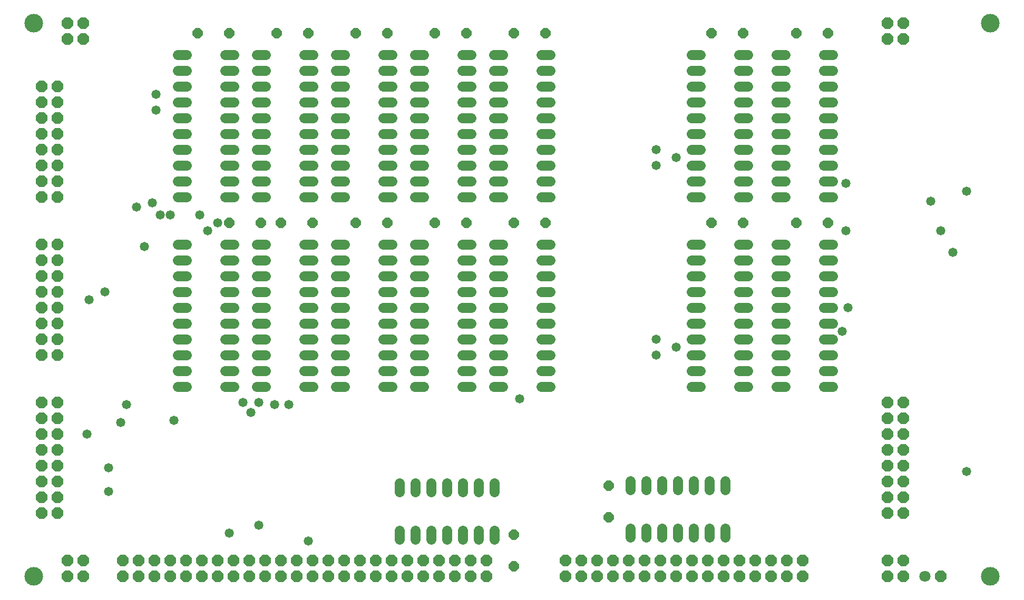
<source format=gbs>
G75*
%MOIN*%
%OFA0B0*%
%FSLAX24Y24*%
%IPPOS*%
%LPD*%
%AMOC8*
5,1,8,0,0,1.08239X$1,22.5*
%
%ADD10C,0.1180*%
%ADD11C,0.0640*%
%ADD12OC8,0.0640*%
%ADD13OC8,0.0720*%
%ADD14OC8,0.0710*%
%ADD15C,0.0710*%
%ADD16C,0.0580*%
D10*
X005265Y006265D03*
X005265Y041265D03*
X065765Y041265D03*
X065765Y006265D03*
D11*
X049015Y008735D02*
X049015Y009295D01*
X048015Y009295D02*
X048015Y008735D01*
X047015Y008735D02*
X047015Y009295D01*
X046015Y009295D02*
X046015Y008735D01*
X045015Y008735D02*
X045015Y009295D01*
X044015Y009295D02*
X044015Y008735D01*
X043015Y008735D02*
X043015Y009295D01*
X043015Y011735D02*
X043015Y012295D01*
X044015Y012295D02*
X044015Y011735D01*
X045015Y011735D02*
X045015Y012295D01*
X046015Y012295D02*
X046015Y011735D01*
X047015Y011735D02*
X047015Y012295D01*
X048015Y012295D02*
X048015Y011735D01*
X049015Y011735D02*
X049015Y012295D01*
X049860Y018265D02*
X050420Y018265D01*
X050420Y019265D02*
X049860Y019265D01*
X049860Y020265D02*
X050420Y020265D01*
X050420Y021265D02*
X049860Y021265D01*
X049860Y022265D02*
X050420Y022265D01*
X050420Y023265D02*
X049860Y023265D01*
X049860Y024265D02*
X050420Y024265D01*
X050420Y025265D02*
X049860Y025265D01*
X049860Y026265D02*
X050420Y026265D01*
X050420Y027265D02*
X049860Y027265D01*
X052235Y027265D02*
X052795Y027265D01*
X052795Y026265D02*
X052235Y026265D01*
X052235Y025265D02*
X052795Y025265D01*
X052795Y024265D02*
X052235Y024265D01*
X052235Y023265D02*
X052795Y023265D01*
X052795Y022265D02*
X052235Y022265D01*
X052235Y021265D02*
X052795Y021265D01*
X052795Y020265D02*
X052235Y020265D01*
X052235Y019265D02*
X052795Y019265D01*
X052795Y018265D02*
X052235Y018265D01*
X055235Y018265D02*
X055795Y018265D01*
X055795Y019265D02*
X055235Y019265D01*
X055235Y020265D02*
X055795Y020265D01*
X055795Y021265D02*
X055235Y021265D01*
X055235Y022265D02*
X055795Y022265D01*
X055795Y023265D02*
X055235Y023265D01*
X055235Y024265D02*
X055795Y024265D01*
X055795Y025265D02*
X055235Y025265D01*
X055235Y026265D02*
X055795Y026265D01*
X055795Y027265D02*
X055235Y027265D01*
X055235Y030265D02*
X055795Y030265D01*
X055795Y031265D02*
X055235Y031265D01*
X055235Y032265D02*
X055795Y032265D01*
X055795Y033265D02*
X055235Y033265D01*
X055235Y034265D02*
X055795Y034265D01*
X055795Y035265D02*
X055235Y035265D01*
X055235Y036265D02*
X055795Y036265D01*
X055795Y037265D02*
X055235Y037265D01*
X055235Y038265D02*
X055795Y038265D01*
X055795Y039265D02*
X055235Y039265D01*
X052795Y039265D02*
X052235Y039265D01*
X050420Y039265D02*
X049860Y039265D01*
X049860Y038265D02*
X050420Y038265D01*
X050420Y037265D02*
X049860Y037265D01*
X049860Y036265D02*
X050420Y036265D01*
X050420Y035265D02*
X049860Y035265D01*
X049860Y034265D02*
X050420Y034265D01*
X050420Y033265D02*
X049860Y033265D01*
X049860Y032265D02*
X050420Y032265D01*
X050420Y031265D02*
X049860Y031265D01*
X049860Y030265D02*
X050420Y030265D01*
X052235Y030265D02*
X052795Y030265D01*
X052795Y031265D02*
X052235Y031265D01*
X052235Y032265D02*
X052795Y032265D01*
X052795Y033265D02*
X052235Y033265D01*
X052235Y034265D02*
X052795Y034265D01*
X052795Y035265D02*
X052235Y035265D01*
X052235Y036265D02*
X052795Y036265D01*
X052795Y037265D02*
X052235Y037265D01*
X052235Y038265D02*
X052795Y038265D01*
X047420Y038265D02*
X046860Y038265D01*
X046860Y037265D02*
X047420Y037265D01*
X047420Y036265D02*
X046860Y036265D01*
X046860Y035265D02*
X047420Y035265D01*
X047420Y034265D02*
X046860Y034265D01*
X046860Y033265D02*
X047420Y033265D01*
X047420Y032265D02*
X046860Y032265D01*
X046860Y031265D02*
X047420Y031265D01*
X047420Y030265D02*
X046860Y030265D01*
X046860Y027265D02*
X047420Y027265D01*
X047420Y026265D02*
X046860Y026265D01*
X046860Y025265D02*
X047420Y025265D01*
X047420Y024265D02*
X046860Y024265D01*
X046860Y023265D02*
X047420Y023265D01*
X047420Y022265D02*
X046860Y022265D01*
X046860Y021265D02*
X047420Y021265D01*
X047420Y020265D02*
X046860Y020265D01*
X046860Y019265D02*
X047420Y019265D01*
X047420Y018265D02*
X046860Y018265D01*
X037920Y018265D02*
X037360Y018265D01*
X037360Y019265D02*
X037920Y019265D01*
X037920Y020265D02*
X037360Y020265D01*
X037360Y021265D02*
X037920Y021265D01*
X037920Y022265D02*
X037360Y022265D01*
X037360Y023265D02*
X037920Y023265D01*
X037920Y024265D02*
X037360Y024265D01*
X037360Y025265D02*
X037920Y025265D01*
X037920Y026265D02*
X037360Y026265D01*
X037360Y027265D02*
X037920Y027265D01*
X034920Y027265D02*
X034360Y027265D01*
X034360Y026265D02*
X034920Y026265D01*
X034920Y025265D02*
X034360Y025265D01*
X034360Y024265D02*
X034920Y024265D01*
X034920Y023265D02*
X034360Y023265D01*
X034360Y022265D02*
X034920Y022265D01*
X034920Y021265D02*
X034360Y021265D01*
X034360Y020265D02*
X034920Y020265D01*
X034920Y019265D02*
X034360Y019265D01*
X034360Y018265D02*
X034920Y018265D01*
X032920Y018265D02*
X032360Y018265D01*
X032360Y019265D02*
X032920Y019265D01*
X032920Y020265D02*
X032360Y020265D01*
X032360Y021265D02*
X032920Y021265D01*
X032920Y022265D02*
X032360Y022265D01*
X032360Y023265D02*
X032920Y023265D01*
X032920Y024265D02*
X032360Y024265D01*
X032360Y025265D02*
X032920Y025265D01*
X032920Y026265D02*
X032360Y026265D01*
X032360Y027265D02*
X032920Y027265D01*
X029920Y027265D02*
X029360Y027265D01*
X029360Y026265D02*
X029920Y026265D01*
X029920Y025265D02*
X029360Y025265D01*
X029360Y024265D02*
X029920Y024265D01*
X029920Y023265D02*
X029360Y023265D01*
X029360Y022265D02*
X029920Y022265D01*
X029920Y021265D02*
X029360Y021265D01*
X029360Y020265D02*
X029920Y020265D01*
X029920Y019265D02*
X029360Y019265D01*
X029360Y018265D02*
X029920Y018265D01*
X027920Y018265D02*
X027360Y018265D01*
X027360Y019265D02*
X027920Y019265D01*
X027920Y020265D02*
X027360Y020265D01*
X027360Y021265D02*
X027920Y021265D01*
X027920Y022265D02*
X027360Y022265D01*
X027360Y023265D02*
X027920Y023265D01*
X027920Y024265D02*
X027360Y024265D01*
X027360Y025265D02*
X027920Y025265D01*
X027920Y026265D02*
X027360Y026265D01*
X027360Y027265D02*
X027920Y027265D01*
X024920Y027265D02*
X024360Y027265D01*
X024360Y026265D02*
X024920Y026265D01*
X024920Y025265D02*
X024360Y025265D01*
X024360Y024265D02*
X024920Y024265D01*
X024920Y023265D02*
X024360Y023265D01*
X024360Y022265D02*
X024920Y022265D01*
X024920Y021265D02*
X024360Y021265D01*
X024360Y020265D02*
X024920Y020265D01*
X024920Y019265D02*
X024360Y019265D01*
X024360Y018265D02*
X024920Y018265D01*
X022920Y018265D02*
X022360Y018265D01*
X022360Y019265D02*
X022920Y019265D01*
X022920Y020265D02*
X022360Y020265D01*
X022360Y021265D02*
X022920Y021265D01*
X022920Y022265D02*
X022360Y022265D01*
X022360Y023265D02*
X022920Y023265D01*
X022920Y024265D02*
X022360Y024265D01*
X022360Y025265D02*
X022920Y025265D01*
X022920Y026265D02*
X022360Y026265D01*
X022360Y027265D02*
X022920Y027265D01*
X019920Y027265D02*
X019360Y027265D01*
X019360Y026265D02*
X019920Y026265D01*
X019920Y025265D02*
X019360Y025265D01*
X019360Y024265D02*
X019920Y024265D01*
X019920Y023265D02*
X019360Y023265D01*
X019360Y022265D02*
X019920Y022265D01*
X019920Y021265D02*
X019360Y021265D01*
X019360Y020265D02*
X019920Y020265D01*
X019920Y019265D02*
X019360Y019265D01*
X019360Y018265D02*
X019920Y018265D01*
X017920Y018265D02*
X017360Y018265D01*
X017360Y019265D02*
X017920Y019265D01*
X017920Y020265D02*
X017360Y020265D01*
X017360Y021265D02*
X017920Y021265D01*
X017920Y022265D02*
X017360Y022265D01*
X017360Y023265D02*
X017920Y023265D01*
X017920Y024265D02*
X017360Y024265D01*
X017360Y025265D02*
X017920Y025265D01*
X017920Y026265D02*
X017360Y026265D01*
X017360Y027265D02*
X017920Y027265D01*
X014920Y027265D02*
X014360Y027265D01*
X014360Y026265D02*
X014920Y026265D01*
X014920Y025265D02*
X014360Y025265D01*
X014360Y024265D02*
X014920Y024265D01*
X014920Y023265D02*
X014360Y023265D01*
X014360Y022265D02*
X014920Y022265D01*
X014920Y021265D02*
X014360Y021265D01*
X014360Y020265D02*
X014920Y020265D01*
X014920Y019265D02*
X014360Y019265D01*
X014360Y018265D02*
X014920Y018265D01*
X028390Y012170D02*
X028390Y011610D01*
X029390Y011610D02*
X029390Y012170D01*
X030390Y012170D02*
X030390Y011610D01*
X031390Y011610D02*
X031390Y012170D01*
X032390Y012170D02*
X032390Y011610D01*
X033390Y011610D02*
X033390Y012170D01*
X034390Y012170D02*
X034390Y011610D01*
X034390Y009170D02*
X034390Y008610D01*
X033390Y008610D02*
X033390Y009170D01*
X032390Y009170D02*
X032390Y008610D01*
X031390Y008610D02*
X031390Y009170D01*
X030390Y009170D02*
X030390Y008610D01*
X029390Y008610D02*
X029390Y009170D01*
X028390Y009170D02*
X028390Y008610D01*
X027920Y030265D02*
X027360Y030265D01*
X027360Y031265D02*
X027920Y031265D01*
X027920Y032265D02*
X027360Y032265D01*
X027360Y033265D02*
X027920Y033265D01*
X027920Y034265D02*
X027360Y034265D01*
X027360Y035265D02*
X027920Y035265D01*
X027920Y036265D02*
X027360Y036265D01*
X027360Y037265D02*
X027920Y037265D01*
X027920Y038265D02*
X027360Y038265D01*
X027360Y039265D02*
X027920Y039265D01*
X029360Y039265D02*
X029920Y039265D01*
X029920Y038265D02*
X029360Y038265D01*
X029360Y037265D02*
X029920Y037265D01*
X029920Y036265D02*
X029360Y036265D01*
X029360Y035265D02*
X029920Y035265D01*
X029920Y034265D02*
X029360Y034265D01*
X029360Y033265D02*
X029920Y033265D01*
X029920Y032265D02*
X029360Y032265D01*
X029360Y031265D02*
X029920Y031265D01*
X029920Y030265D02*
X029360Y030265D01*
X032360Y030265D02*
X032920Y030265D01*
X032920Y031265D02*
X032360Y031265D01*
X032360Y032265D02*
X032920Y032265D01*
X032920Y033265D02*
X032360Y033265D01*
X032360Y034265D02*
X032920Y034265D01*
X032920Y035265D02*
X032360Y035265D01*
X032360Y036265D02*
X032920Y036265D01*
X032920Y037265D02*
X032360Y037265D01*
X032360Y038265D02*
X032920Y038265D01*
X034360Y038265D02*
X034920Y038265D01*
X034920Y037265D02*
X034360Y037265D01*
X034360Y036265D02*
X034920Y036265D01*
X034920Y035265D02*
X034360Y035265D01*
X034360Y034265D02*
X034920Y034265D01*
X034920Y033265D02*
X034360Y033265D01*
X034360Y032265D02*
X034920Y032265D01*
X034920Y031265D02*
X034360Y031265D01*
X034360Y030265D02*
X034920Y030265D01*
X037360Y030265D02*
X037920Y030265D01*
X037920Y031265D02*
X037360Y031265D01*
X037360Y032265D02*
X037920Y032265D01*
X037920Y033265D02*
X037360Y033265D01*
X037360Y034265D02*
X037920Y034265D01*
X037920Y035265D02*
X037360Y035265D01*
X037360Y036265D02*
X037920Y036265D01*
X037920Y037265D02*
X037360Y037265D01*
X037360Y038265D02*
X037920Y038265D01*
X037920Y039265D02*
X037360Y039265D01*
X034920Y039265D02*
X034360Y039265D01*
X032920Y039265D02*
X032360Y039265D01*
X024920Y039265D02*
X024360Y039265D01*
X022920Y039265D02*
X022360Y039265D01*
X022360Y038265D02*
X022920Y038265D01*
X022920Y037265D02*
X022360Y037265D01*
X022360Y036265D02*
X022920Y036265D01*
X022920Y035265D02*
X022360Y035265D01*
X022360Y034265D02*
X022920Y034265D01*
X022920Y033265D02*
X022360Y033265D01*
X022360Y032265D02*
X022920Y032265D01*
X022920Y031265D02*
X022360Y031265D01*
X022360Y030265D02*
X022920Y030265D01*
X024360Y030265D02*
X024920Y030265D01*
X024920Y031265D02*
X024360Y031265D01*
X024360Y032265D02*
X024920Y032265D01*
X024920Y033265D02*
X024360Y033265D01*
X024360Y034265D02*
X024920Y034265D01*
X024920Y035265D02*
X024360Y035265D01*
X024360Y036265D02*
X024920Y036265D01*
X024920Y037265D02*
X024360Y037265D01*
X024360Y038265D02*
X024920Y038265D01*
X019920Y038265D02*
X019360Y038265D01*
X019360Y037265D02*
X019920Y037265D01*
X019920Y036265D02*
X019360Y036265D01*
X019360Y035265D02*
X019920Y035265D01*
X019920Y034265D02*
X019360Y034265D01*
X019360Y033265D02*
X019920Y033265D01*
X019920Y032265D02*
X019360Y032265D01*
X019360Y031265D02*
X019920Y031265D01*
X019920Y030265D02*
X019360Y030265D01*
X017920Y030265D02*
X017360Y030265D01*
X017360Y031265D02*
X017920Y031265D01*
X017920Y032265D02*
X017360Y032265D01*
X017360Y033265D02*
X017920Y033265D01*
X017920Y034265D02*
X017360Y034265D01*
X017360Y035265D02*
X017920Y035265D01*
X017920Y036265D02*
X017360Y036265D01*
X017360Y037265D02*
X017920Y037265D01*
X017920Y038265D02*
X017360Y038265D01*
X017360Y039265D02*
X017920Y039265D01*
X019360Y039265D02*
X019920Y039265D01*
X014920Y039265D02*
X014360Y039265D01*
X014360Y038265D02*
X014920Y038265D01*
X014920Y037265D02*
X014360Y037265D01*
X014360Y036265D02*
X014920Y036265D01*
X014920Y035265D02*
X014360Y035265D01*
X014360Y034265D02*
X014920Y034265D01*
X014920Y033265D02*
X014360Y033265D01*
X014360Y032265D02*
X014920Y032265D01*
X014920Y031265D02*
X014360Y031265D01*
X014360Y030265D02*
X014920Y030265D01*
X046860Y039265D02*
X047420Y039265D01*
D12*
X048140Y040640D03*
X050140Y040640D03*
X053515Y040640D03*
X055515Y040640D03*
X055515Y028640D03*
X053515Y028640D03*
X050140Y028640D03*
X048140Y028640D03*
X037640Y028640D03*
X035640Y028640D03*
X032640Y028640D03*
X030640Y028640D03*
X027640Y028640D03*
X025640Y028640D03*
X022890Y028640D03*
X020890Y028640D03*
X019640Y028640D03*
X017640Y028640D03*
X017640Y040640D03*
X015640Y040640D03*
X020640Y040640D03*
X022640Y040640D03*
X025640Y040640D03*
X027640Y040640D03*
X030640Y040640D03*
X032640Y040640D03*
X035640Y040640D03*
X037640Y040640D03*
X041640Y012015D03*
X041640Y010015D03*
X035640Y008890D03*
X035640Y006890D03*
D13*
X033890Y007265D03*
X032890Y007265D03*
X032890Y006265D03*
X033890Y006265D03*
X031890Y006265D03*
X030890Y006265D03*
X029890Y006265D03*
X029890Y007265D03*
X030890Y007265D03*
X031890Y007265D03*
X028890Y007265D03*
X027890Y007265D03*
X027890Y006265D03*
X028890Y006265D03*
X026890Y006265D03*
X025890Y006265D03*
X024890Y006265D03*
X024890Y007265D03*
X025890Y007265D03*
X026890Y007265D03*
X023890Y007265D03*
X022890Y007265D03*
X022890Y006265D03*
X023890Y006265D03*
X021890Y006265D03*
X020890Y006265D03*
X019890Y006265D03*
X019890Y007265D03*
X020890Y007265D03*
X021890Y007265D03*
X018890Y007265D03*
X017890Y007265D03*
X017890Y006265D03*
X018890Y006265D03*
X016890Y006265D03*
X015890Y006265D03*
X015890Y007265D03*
X016890Y007265D03*
X014890Y007265D03*
X013890Y007265D03*
X012890Y007265D03*
X012890Y006265D03*
X013890Y006265D03*
X014890Y006265D03*
X011890Y006265D03*
X010890Y006265D03*
X010890Y007265D03*
X011890Y007265D03*
X008390Y007265D03*
X007390Y007265D03*
X007390Y006265D03*
X008390Y006265D03*
X006765Y010265D03*
X005765Y010265D03*
X005765Y011265D03*
X006765Y011265D03*
X006765Y012265D03*
X005765Y012265D03*
X005765Y013265D03*
X006765Y013265D03*
X006765Y014265D03*
X005765Y014265D03*
X005765Y015265D03*
X006765Y015265D03*
X006765Y016265D03*
X005765Y016265D03*
X005765Y017265D03*
X006765Y017265D03*
X006765Y020265D03*
X005765Y020265D03*
X005765Y021265D03*
X006765Y021265D03*
X006765Y022265D03*
X005765Y022265D03*
X005765Y023265D03*
X006765Y023265D03*
X006765Y024265D03*
X005765Y024265D03*
X005765Y025265D03*
X006765Y025265D03*
X006765Y026265D03*
X005765Y026265D03*
X005765Y027265D03*
X006765Y027265D03*
X006765Y030265D03*
X005765Y030265D03*
X005765Y031265D03*
X006765Y031265D03*
X006765Y032265D03*
X005765Y032265D03*
X005765Y033265D03*
X006765Y033265D03*
X006765Y034265D03*
X005765Y034265D03*
X005765Y035265D03*
X006765Y035265D03*
X006765Y036265D03*
X005765Y036265D03*
X005765Y037265D03*
X006765Y037265D03*
X007390Y040265D03*
X008390Y040265D03*
X008390Y041265D03*
X007390Y041265D03*
X038890Y007265D03*
X038890Y006265D03*
X039890Y006265D03*
X040890Y006265D03*
X040890Y007265D03*
X039890Y007265D03*
X041890Y007265D03*
X042890Y007265D03*
X043890Y007265D03*
X043890Y006265D03*
X042890Y006265D03*
X041890Y006265D03*
X044890Y006265D03*
X045890Y006265D03*
X045890Y007265D03*
X044890Y007265D03*
X046890Y007265D03*
X047890Y007265D03*
X048890Y007265D03*
X048890Y006265D03*
X047890Y006265D03*
X046890Y006265D03*
X049890Y006265D03*
X050890Y006265D03*
X050890Y007265D03*
X049890Y007265D03*
X051890Y007265D03*
X052890Y007265D03*
X052890Y006265D03*
X051890Y006265D03*
X053890Y006265D03*
X053890Y007265D03*
X059265Y007265D03*
X060265Y007265D03*
X060265Y006265D03*
X059265Y006265D03*
X059265Y010265D03*
X060265Y010265D03*
X060265Y011265D03*
X059265Y011265D03*
X059265Y012265D03*
X060265Y012265D03*
X060265Y013265D03*
X059265Y013265D03*
X059265Y014265D03*
X060265Y014265D03*
X060265Y015265D03*
X059265Y015265D03*
X059265Y016265D03*
X060265Y016265D03*
X060265Y017265D03*
X059265Y017265D03*
X059265Y040265D03*
X060265Y040265D03*
X060265Y041265D03*
X059265Y041265D03*
D14*
X062640Y006265D03*
D15*
X061640Y006265D03*
D16*
X064265Y012890D03*
X056390Y021765D03*
X056765Y023265D03*
X063390Y026765D03*
X062640Y028140D03*
X062015Y030015D03*
X064265Y030640D03*
X056640Y031140D03*
X056640Y028140D03*
X045890Y032765D03*
X044640Y032265D03*
X044640Y033265D03*
X044640Y021265D03*
X044640Y020265D03*
X045890Y020765D03*
X036015Y017515D03*
X022640Y008515D03*
X019515Y009515D03*
X017640Y009015D03*
X010015Y011640D03*
X010015Y013140D03*
X008640Y015265D03*
X010765Y016015D03*
X011140Y017140D03*
X014140Y016140D03*
X018515Y017265D03*
X019015Y016640D03*
X019515Y017265D03*
X020515Y017140D03*
X021390Y017140D03*
X009765Y024265D03*
X008765Y023765D03*
X012265Y027140D03*
X013265Y029140D03*
X013890Y029140D03*
X012765Y029890D03*
X011765Y029640D03*
X015765Y029140D03*
X016890Y028640D03*
X016265Y028140D03*
X013015Y035765D03*
X013015Y036765D03*
M02*

</source>
